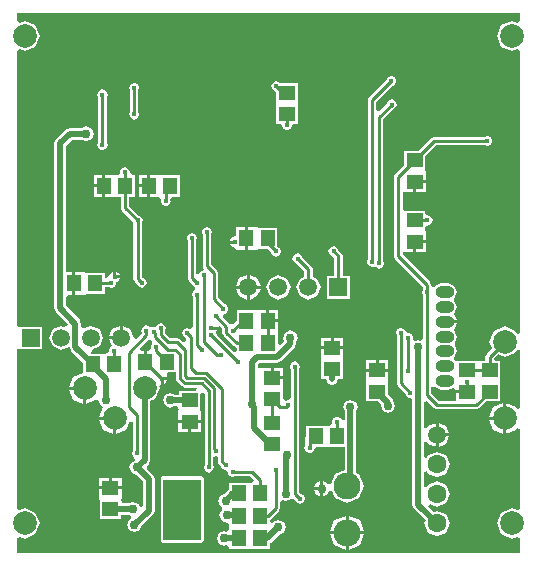
<source format=gbl>
%FSLAX25Y25*%
%MOIN*%
G70*
G01*
G75*
G04 Layer_Physical_Order=2*
G04 Layer_Color=16711680*
%ADD10R,0.07874X0.03150*%
%ADD11R,0.08465X0.11221*%
%ADD12R,0.06693X0.06693*%
%ADD13R,0.04134X0.02362*%
%ADD14R,0.05512X0.04724*%
%ADD15R,0.09921X0.13425*%
%ADD16O,0.05709X0.02362*%
%ADD17R,0.07284X0.16339*%
%ADD18O,0.00984X0.06102*%
%ADD19O,0.06102X0.00984*%
%ADD20R,0.09449X0.07087*%
%ADD21R,0.04724X0.05512*%
%ADD22R,0.05512X0.02362*%
%ADD23R,0.07087X0.02362*%
G04:AMPARAMS|DCode=24|XSize=74.8mil|YSize=125.98mil|CornerRadius=0mil|HoleSize=0mil|Usage=FLASHONLY|Rotation=90.000|XOffset=0mil|YOffset=0mil|HoleType=Round|Shape=Octagon|*
%AMOCTAGOND24*
4,1,8,-0.06299,-0.01870,-0.06299,0.01870,-0.04429,0.03740,0.04429,0.03740,0.06299,0.01870,0.06299,-0.01870,0.04429,-0.03740,-0.04429,-0.03740,-0.06299,-0.01870,0.0*
%
%ADD24OCTAGOND24*%

%ADD25R,0.21654X0.09843*%
%ADD26C,0.01000*%
%ADD27C,0.02000*%
%ADD28C,0.05906*%
%ADD29R,0.05906X0.05906*%
%ADD30O,0.06299X0.03937*%
%ADD31C,0.07874*%
%ADD32C,0.06299*%
%ADD33C,0.09000*%
%ADD34C,0.01969*%
%ADD35C,0.01600*%
%ADD36C,0.03000*%
%ADD37R,0.12598X0.20472*%
G36*
X141700Y57881D02*
X143819Y57003D01*
X146181D01*
X147744Y57651D01*
X148744Y57019D01*
Y56957D01*
X152500D01*
Y55957D01*
X148744D01*
Y53407D01*
X142983D01*
X140607Y55783D01*
Y57906D01*
X141607Y58105D01*
X141700Y57881D01*
D02*
G37*
G36*
X170000Y179992D02*
X169168Y179436D01*
X167500Y180127D01*
X163874Y178626D01*
X162373Y175000D01*
X163874Y171374D01*
X167500Y169873D01*
X169168Y170564D01*
X170000Y170008D01*
Y75961D01*
X169019Y75766D01*
X168625Y76716D01*
X165000Y78218D01*
X161374Y76716D01*
X159873Y73090D01*
X160792Y70872D01*
X159005Y69086D01*
X158593Y68091D01*
Y66706D01*
X156444D01*
Y66706D01*
X156056D01*
Y66706D01*
X148944D01*
X148944Y66706D01*
X148328Y67011D01*
X148300Y67040D01*
Y67040D01*
X148300Y67724D01*
X149178Y69842D01*
X148441Y71621D01*
X148347Y72303D01*
X148441Y72985D01*
X149178Y74764D01*
X148300Y76883D01*
X148626Y77830D01*
X149187Y79185D01*
X145000D01*
Y80185D01*
X149187D01*
X148626Y81540D01*
X148300Y82487D01*
X149178Y84606D01*
X148300Y86725D01*
X148300Y87409D01*
X149178Y89528D01*
X148300Y91646D01*
X146181Y92524D01*
X143819D01*
X141700Y91646D01*
X141607Y91422D01*
X140607Y91621D01*
Y92000D01*
X140195Y92995D01*
X131007Y102183D01*
Y102193D01*
X131244Y103094D01*
X132007Y103094D01*
X134500D01*
Y106457D01*
X135000D01*
Y106957D01*
X138756D01*
Y109464D01*
X138756Y109806D01*
Y109819D01*
X138556Y110736D01*
Y110819D01*
Y111343D01*
X139257Y111811D01*
X140481Y112319D01*
X140989Y113543D01*
X140481Y114768D01*
X139257Y115275D01*
X138556Y115743D01*
Y116706D01*
X132007D01*
X131444Y116706D01*
X131007Y117525D01*
Y117525D01*
Y122193D01*
X131244Y123094D01*
X134500D01*
Y126457D01*
X135000D01*
Y126957D01*
X138756D01*
Y129819D01*
X138756D01*
Y129819D01*
X138756Y129819D01*
X138556Y130736D01*
D01*
Y135109D01*
X142040Y138593D01*
X158416D01*
X159200Y138268D01*
X160425Y138775D01*
X160932Y140000D01*
X160425Y141225D01*
X159200Y141732D01*
X158416Y141407D01*
X141457D01*
X140462Y140995D01*
X136172Y136706D01*
X131444D01*
Y131977D01*
X128605Y129138D01*
X128193Y128143D01*
Y101600D01*
X128605Y100605D01*
X137793Y91417D01*
Y90384D01*
X137468Y89600D01*
X137793Y88816D01*
Y73877D01*
X136961Y73321D01*
X136072Y73690D01*
X135207Y73331D01*
X135122Y73355D01*
X134399Y74079D01*
X134532Y74400D01*
X134025Y75625D01*
X132800Y76132D01*
X131800Y76800D01*
X131625Y77225D01*
X130400Y77732D01*
X129175Y77225D01*
X128668Y76000D01*
X128993Y75216D01*
Y59200D01*
X129405Y58205D01*
X132051Y55559D01*
X132375Y54775D01*
X133600Y54268D01*
X134252Y53833D01*
Y18800D01*
X134822Y17422D01*
X138670Y13575D01*
X138225Y12500D01*
X139477Y9477D01*
X142500Y8225D01*
X145523Y9477D01*
X146775Y12500D01*
X145523Y15523D01*
X142500Y16775D01*
X141425Y16330D01*
X139547Y18208D01*
X140113Y19056D01*
X142500Y18067D01*
X145523Y19320D01*
X146775Y22343D01*
X145523Y25365D01*
X142500Y26618D01*
X139477Y25365D01*
X139148Y24572D01*
X138148Y24771D01*
Y29757D01*
X139148Y29956D01*
X139477Y29162D01*
X142500Y27910D01*
X145523Y29162D01*
X146775Y32185D01*
X145523Y35208D01*
X142500Y36460D01*
X139477Y35208D01*
X139148Y34414D01*
X138148Y34613D01*
Y39591D01*
X139148Y39790D01*
X139475Y39002D01*
X142000Y37956D01*
Y42028D01*
Y46099D01*
X139475Y45053D01*
X139148Y44265D01*
X138148Y44464D01*
Y52847D01*
X139148Y53262D01*
X141405Y51005D01*
X141405Y51005D01*
X142400Y50593D01*
X155543D01*
X156538Y51005D01*
X158828Y53294D01*
X163556D01*
Y59619D01*
X163556D01*
Y60381D01*
X163556D01*
Y66706D01*
X161885D01*
X161605Y67706D01*
X162782Y68882D01*
X165000Y67963D01*
X168625Y69465D01*
X169019Y70415D01*
X170000Y70220D01*
Y50893D01*
X169019Y50698D01*
X168779Y51279D01*
X165500Y52637D01*
Y47500D01*
Y42363D01*
X168779Y43721D01*
X169019Y44302D01*
X170000Y44107D01*
Y17492D01*
X169168Y16936D01*
X167500Y17627D01*
X163874Y16126D01*
X162373Y12500D01*
X163874Y8874D01*
X167500Y7373D01*
X169168Y8064D01*
X170000Y7508D01*
Y2500D01*
X2500D01*
Y7508D01*
X3331Y8064D01*
X5000Y7373D01*
X8625Y8874D01*
X10127Y12500D01*
X8625Y16126D01*
X5000Y17627D01*
X3331Y16936D01*
X2500Y17492D01*
Y70520D01*
X3447Y70647D01*
X3500Y70647D01*
X10953D01*
Y78153D01*
X3500D01*
X3447Y78153D01*
X2500Y78280D01*
Y170008D01*
X3331Y170564D01*
X5000Y169873D01*
X8625Y171374D01*
X10127Y175000D01*
X8625Y178626D01*
X5000Y180127D01*
X3331Y179436D01*
X2500Y179992D01*
Y182500D01*
X170000D01*
Y179992D01*
D02*
G37*
%LPC*%
G36*
X126256Y63043D02*
X118744D01*
Y60536D01*
X118744Y60194D01*
Y60181D01*
X118944Y59264D01*
Y59181D01*
Y53294D01*
X122907D01*
X123885Y52317D01*
X123643Y51732D01*
X124372Y49972D01*
X126132Y49243D01*
X127893Y49972D01*
X128622Y51732D01*
X127893Y53493D01*
X127785Y53537D01*
X127510Y54202D01*
X126056Y55656D01*
Y59181D01*
Y59264D01*
X126256Y60181D01*
Y60194D01*
X126256Y60536D01*
Y63043D01*
D02*
G37*
G36*
X24500Y57000D02*
X19863D01*
X21221Y53721D01*
X24500Y52363D01*
Y57000D01*
D02*
G37*
G36*
X164500Y52637D02*
X161221Y51279D01*
X159863Y48000D01*
X164500D01*
Y52637D01*
D02*
G37*
G36*
X59500Y45957D02*
X56244D01*
Y43095D01*
X59500D01*
Y45957D01*
D02*
G37*
G36*
X63756D02*
X60500D01*
Y43095D01*
X63756D01*
Y45957D01*
D02*
G37*
G36*
X113600Y53689D02*
X111840Y52960D01*
X111110Y51200D01*
X111652Y49894D01*
Y47138D01*
X110652Y46940D01*
X110368Y47625D01*
X109143Y48132D01*
X107919Y47625D01*
X107412Y46400D01*
X107513Y46156D01*
X106890Y45156D01*
X106219D01*
X105981Y45156D01*
X105600D01*
X105219D01*
X104981Y45156D01*
X98895D01*
Y41771D01*
X98593Y41043D01*
Y38384D01*
X98268Y37600D01*
X98775Y36375D01*
X100000Y35868D01*
X101225Y36375D01*
X101732Y37600D01*
X102029Y38044D01*
X104981D01*
X105219Y38044D01*
X105600D01*
X105981D01*
X106219Y38044D01*
X111652D01*
Y30385D01*
X108444Y29057D01*
X107069Y25737D01*
X105986D01*
X105913Y25913D01*
X104500Y26499D01*
Y24000D01*
Y21501D01*
X105913Y22087D01*
X106401Y23263D01*
X107483D01*
X108444Y20944D01*
X112500Y19263D01*
X116556Y20944D01*
X118237Y25000D01*
X116556Y29057D01*
X115548Y29474D01*
Y49894D01*
X116089Y51200D01*
X115360Y52960D01*
X113600Y53689D01*
D02*
G37*
G36*
X122000Y66905D02*
X118744D01*
Y64043D01*
X122000D01*
Y66905D01*
D02*
G37*
G36*
X126256D02*
X123000D01*
Y64043D01*
X126256D01*
Y66905D01*
D02*
G37*
G36*
X107000Y74405D02*
X103744D01*
Y71543D01*
X107000D01*
Y74405D01*
D02*
G37*
G36*
X111256Y70543D02*
X103744D01*
Y68036D01*
X103744Y67694D01*
Y67681D01*
X103944Y66764D01*
Y66681D01*
Y60795D01*
X105552D01*
Y60500D01*
X106122Y59122D01*
X107500Y58552D01*
X108878Y59122D01*
X109448Y60500D01*
Y60795D01*
X111056D01*
Y66681D01*
Y66764D01*
X111256Y67681D01*
Y67694D01*
X111256Y68036D01*
Y70543D01*
D02*
G37*
G36*
X52598Y60300D02*
X51357D01*
Y59059D01*
X52234Y59422D01*
X52598Y60300D01*
D02*
G37*
G36*
X88000Y64406D02*
Y61543D01*
X91256D01*
Y64406D01*
X88000D01*
D02*
G37*
G36*
X112000Y15156D02*
X108291Y13619D01*
X106754Y9909D01*
X112000D01*
Y15156D01*
D02*
G37*
G36*
X113000D02*
Y9909D01*
X118246D01*
X116709Y13619D01*
X113000Y15156D01*
D02*
G37*
G36*
X103500Y23500D02*
X101501D01*
X102087Y22087D01*
X103500Y21501D01*
Y23500D01*
D02*
G37*
G36*
X112000Y8909D02*
X106754D01*
X108291Y5200D01*
X112000Y3663D01*
Y8909D01*
D02*
G37*
G36*
X118246D02*
X113000D01*
Y3663D01*
X116709Y5200D01*
X118246Y8909D01*
D02*
G37*
G36*
X63799Y28209D02*
X51200D01*
X50588Y27955D01*
X50335Y27343D01*
Y6870D01*
X50588Y6258D01*
X51200Y6005D01*
X63799D01*
X64411Y6258D01*
X64665Y6870D01*
Y27343D01*
X64411Y27955D01*
X63799Y28209D01*
D02*
G37*
G36*
X103500Y26499D02*
X102087Y25913D01*
X101501Y24500D01*
X103500D01*
Y26499D01*
D02*
G37*
G36*
X34500Y47000D02*
X29863D01*
X31221Y43721D01*
X34500Y42363D01*
Y47000D01*
D02*
G37*
G36*
X164500D02*
X159863D01*
X161221Y43721D01*
X164500Y42363D01*
Y47000D01*
D02*
G37*
G36*
X143000Y46099D02*
Y42528D01*
X146571D01*
X145525Y45053D01*
X143000Y46099D01*
D02*
G37*
G36*
X33100Y27705D02*
X29844D01*
Y24843D01*
X33100D01*
Y27705D01*
D02*
G37*
G36*
X37356D02*
X34100D01*
Y24843D01*
X37356D01*
Y27705D01*
D02*
G37*
G36*
X146571Y41528D02*
X143000D01*
Y37956D01*
X145525Y39002D01*
X146571Y41528D01*
D02*
G37*
G36*
X111256Y74405D02*
X108000D01*
Y71543D01*
X111256D01*
Y74405D01*
D02*
G37*
G36*
X30957Y124500D02*
X28095D01*
Y121244D01*
X30957D01*
Y124500D01*
D02*
G37*
G36*
X45957D02*
X43095D01*
Y121244D01*
X45957D01*
Y124500D01*
D02*
G37*
G36*
X138756Y125957D02*
X135500D01*
Y123094D01*
X138756D01*
Y125957D01*
D02*
G37*
G36*
X49819Y128756D02*
X49806D01*
X49464Y128756D01*
X46957D01*
Y125000D01*
Y121244D01*
X49464D01*
X49747Y121244D01*
X50466Y120580D01*
X50480Y120444D01*
X50315Y120047D01*
X50823Y118823D01*
X52047Y118315D01*
X53272Y118823D01*
X53779Y120047D01*
X53615Y120444D01*
X54148Y121444D01*
X56705D01*
Y128556D01*
X50819D01*
X50736D01*
X49819Y128756D01*
D02*
G37*
G36*
X82319Y111256D02*
X82306D01*
X81964Y111256D01*
X79457D01*
Y107500D01*
Y103744D01*
X81964D01*
X82306Y103744D01*
X82319D01*
X83236Y103944D01*
X83319D01*
X86066D01*
X87251Y102759D01*
X87575Y101975D01*
X88800Y101468D01*
X90025Y101975D01*
X90532Y103200D01*
X90025Y104425D01*
X89241Y104749D01*
X89205Y104785D01*
Y111056D01*
X83319D01*
X83236D01*
X82319Y111256D01*
D02*
G37*
G36*
X138756Y105957D02*
X135500D01*
Y103094D01*
X138756D01*
Y105957D01*
D02*
G37*
G36*
X78457Y111256D02*
X75595D01*
Y108411D01*
X75242Y108175D01*
X73864Y107604D01*
X73501Y106727D01*
X75242D01*
Y105727D01*
X73501D01*
X73864Y104849D01*
X75242Y104279D01*
X75595Y104043D01*
Y103744D01*
X78457D01*
Y107500D01*
Y111256D01*
D02*
G37*
G36*
X25600Y144889D02*
X24294Y144348D01*
X20000D01*
X19026Y143945D01*
X18622Y143778D01*
X15422Y140578D01*
X14852Y139200D01*
Y84306D01*
X15422Y82928D01*
X19371Y78979D01*
X19339Y78658D01*
X18271Y78018D01*
X17200Y78462D01*
X14328Y77272D01*
X13138Y74400D01*
X14328Y71528D01*
X17200Y70338D01*
X19824Y71425D01*
X20004Y71304D01*
X20575Y69926D01*
X24495Y66007D01*
Y62634D01*
X21221Y61279D01*
X19863Y58000D01*
X25000D01*
Y57500D01*
X25500D01*
Y52363D01*
X28587Y53642D01*
X28968Y53625D01*
X29643Y53280D01*
X30240Y51840D01*
X31221Y51433D01*
X31221Y51279D01*
X29863Y48000D01*
X35000D01*
Y47500D01*
X35500D01*
Y42363D01*
X38779Y43721D01*
X39993Y46653D01*
X40993Y46454D01*
Y36784D01*
X40668Y36000D01*
X41175Y34775D01*
X41621Y34591D01*
X41868Y33765D01*
X41792Y33438D01*
X40640Y32960D01*
X39911Y31200D01*
X40640Y29440D01*
X42129Y28823D01*
X44452Y26500D01*
Y18167D01*
X43505Y17978D01*
X43436Y18006D01*
X43017Y19017D01*
X41257Y19746D01*
X39950Y19205D01*
X37863D01*
X37414Y19654D01*
X37187Y20205D01*
X37356Y20981D01*
Y20994D01*
X37356Y21336D01*
Y23843D01*
X29844D01*
Y21336D01*
X29844Y20994D01*
Y20981D01*
X30044Y20064D01*
Y19981D01*
Y14095D01*
X37156D01*
Y15308D01*
X39950D01*
X40457Y15098D01*
Y14016D01*
X39840Y13760D01*
X39110Y12000D01*
X39840Y10240D01*
X41600Y9510D01*
X43360Y10240D01*
X43902Y11546D01*
X47778Y15422D01*
X48348Y16800D01*
Y27307D01*
X47778Y28685D01*
X45709Y30753D01*
Y31754D01*
X46378Y32422D01*
X46948Y33800D01*
Y53180D01*
X48625Y53874D01*
X50127Y57500D01*
X49842Y58190D01*
X50357Y58705D01*
Y60800D01*
X50857D01*
Y61300D01*
X52598D01*
X52372Y61844D01*
X52874Y62844D01*
X55393D01*
Y60800D01*
X55805Y59805D01*
X57405Y58205D01*
X58400Y57793D01*
X62458D01*
X62517Y57705D01*
X61982Y56705D01*
X56444D01*
Y55492D01*
X55043D01*
X53600Y56090D01*
X51840Y55360D01*
X51111Y53600D01*
X51840Y51840D01*
X53600Y51111D01*
X54770Y51595D01*
X55737D01*
X56186Y51146D01*
X56413Y50595D01*
X56244Y49819D01*
Y49806D01*
X56244Y49464D01*
Y46957D01*
X63756D01*
Y49464D01*
X63756Y49806D01*
Y49819D01*
X63556Y50736D01*
Y50819D01*
Y55617D01*
X64082Y55996D01*
X64556Y56115D01*
X64993Y55785D01*
Y31984D01*
X64668Y31200D01*
X65175Y29975D01*
X66400Y29468D01*
X67625Y29975D01*
X68132Y31200D01*
X67807Y31984D01*
Y34580D01*
X68639Y35135D01*
X68800Y35068D01*
X69493Y34605D01*
Y33100D01*
X69905Y32105D01*
X70451Y31559D01*
X70775Y30775D01*
X72000Y30268D01*
X72391Y29877D01*
X72717Y29483D01*
X73175Y28375D01*
X74400Y27868D01*
X75184Y28193D01*
X80217D01*
X81354Y27056D01*
X80940Y26056D01*
X80619D01*
X80381Y26056D01*
X80000D01*
X79619D01*
X79381Y26056D01*
X73295D01*
Y23949D01*
X73122Y23878D01*
X71546Y22301D01*
X70240Y21760D01*
X69511Y20000D01*
X70240Y18240D01*
X70777Y18017D01*
Y17017D01*
X70640Y16960D01*
X69911Y15200D01*
X70640Y13440D01*
X72400Y12710D01*
X72463Y12737D01*
X73295Y12181D01*
Y12056D01*
X73295Y11444D01*
Y11250D01*
Y11056D01*
X73295Y10444D01*
Y10267D01*
X72294Y9660D01*
X71500Y9990D01*
X69740Y9260D01*
X69011Y7500D01*
X69740Y5740D01*
X71500Y5011D01*
X72294Y5340D01*
X73295Y4733D01*
Y3944D01*
X79381D01*
X79619Y3944D01*
X80000D01*
X80381D01*
X80619Y3944D01*
X86705D01*
Y5885D01*
X87278Y6122D01*
X90054Y8899D01*
X91360Y9440D01*
X92089Y11200D01*
X91360Y12960D01*
X89600Y13690D01*
X87840Y12960D01*
X87705Y12637D01*
X86705Y12835D01*
Y13802D01*
X87195Y14005D01*
X89795Y16605D01*
X90207Y17600D01*
Y19571D01*
X91207Y20239D01*
X92000Y19910D01*
X93760Y20640D01*
X94880Y20730D01*
X95251Y20359D01*
X95575Y19575D01*
X96800Y19068D01*
X98025Y19575D01*
X98532Y20800D01*
X98025Y22025D01*
X97241Y22349D01*
X96607Y22983D01*
Y64370D01*
X96785Y64800D01*
X96278Y66025D01*
X95053Y66532D01*
X93829Y66025D01*
X93322Y64800D01*
X93793Y63662D01*
Y54220D01*
X92961Y53665D01*
X92800Y53732D01*
X92056Y53424D01*
X91056Y54012D01*
Y56681D01*
Y56764D01*
X91256Y57681D01*
Y57694D01*
X91256Y58036D01*
Y60543D01*
X87500D01*
Y61043D01*
X87000D01*
Y64406D01*
X83748D01*
X83744Y64406D01*
X82748Y64416D01*
Y65593D01*
X83151Y65996D01*
X89151D01*
X90529Y66566D01*
X94978Y71015D01*
X95145Y71419D01*
X95548Y72393D01*
Y73093D01*
X96090Y74400D01*
X95360Y76160D01*
X93600Y76889D01*
X91840Y76160D01*
X91110Y74400D01*
X91620Y73169D01*
X90329Y71878D01*
X89406Y72260D01*
Y76244D01*
Y79500D01*
X86043D01*
Y80000D01*
X85543D01*
Y83756D01*
X83047D01*
X82681Y83756D01*
X82681Y83756D01*
X82121Y83557D01*
X82119Y83556D01*
Y83556D01*
X82119Y83556D01*
X75795D01*
Y80185D01*
X74473Y78863D01*
X73295Y79095D01*
X71046Y81344D01*
X71438Y82367D01*
X72425Y82775D01*
X72932Y84000D01*
X72425Y85225D01*
X71641Y85549D01*
X69407Y87783D01*
Y96000D01*
X68995Y96995D01*
X67234Y98756D01*
Y108816D01*
X67559Y109600D01*
X67051Y110825D01*
X65827Y111332D01*
X64602Y110825D01*
X64095Y109600D01*
X64420Y108816D01*
Y98173D01*
X64551Y97856D01*
X64749Y97119D01*
X64061Y96626D01*
X63575Y96425D01*
X63207Y95535D01*
X62207Y95734D01*
Y106716D01*
X62532Y107500D01*
X62025Y108725D01*
X60800Y109232D01*
X59575Y108725D01*
X59068Y107500D01*
X59393Y106716D01*
Y94400D01*
X59805Y93405D01*
X60851Y92359D01*
X61175Y91575D01*
X61741Y91341D01*
Y90259D01*
X61175Y90025D01*
X60668Y88800D01*
X60993Y88016D01*
Y77963D01*
X59993Y77403D01*
X59200Y77732D01*
X57975Y77225D01*
X57468Y76000D01*
X57975Y74775D01*
X58759Y74451D01*
X58929Y74281D01*
X58829Y73337D01*
X57950Y72986D01*
X56941Y73995D01*
X55946Y74407D01*
X53328D01*
X51807Y75928D01*
Y76816D01*
X52132Y77600D01*
X51625Y78825D01*
X50400Y79332D01*
X49175Y78825D01*
X49020Y78449D01*
X48110Y78072D01*
X47746Y77921D01*
X46825Y78025D01*
X46825Y78025D01*
X45600Y78532D01*
X44375Y78025D01*
X43868Y76800D01*
X44193Y76016D01*
Y75783D01*
X42277Y73867D01*
X41478Y74400D01*
X40225Y77425D01*
X37700Y78471D01*
Y74400D01*
X37200D01*
Y73900D01*
X33129D01*
X34112Y71527D01*
X33519Y71281D01*
X33011Y70057D01*
X32485Y69388D01*
X31581Y69156D01*
X30819D01*
Y69156D01*
X30581Y69156D01*
X27310D01*
X27157Y69414D01*
X27659Y70528D01*
X30072Y71528D01*
X31262Y74400D01*
X30072Y77272D01*
X27200Y78462D01*
X24901Y77510D01*
X23901Y78152D01*
Y79153D01*
X23498Y80127D01*
X23330Y80530D01*
X18748Y85113D01*
Y88037D01*
X19455Y88744D01*
X20957D01*
Y92500D01*
Y96256D01*
X18748D01*
Y138393D01*
X20807Y140452D01*
X24294D01*
X25600Y139910D01*
X27360Y140640D01*
X28089Y142400D01*
X27360Y144160D01*
X25600Y144889D01*
D02*
G37*
G36*
X88944Y159988D02*
X87720Y159481D01*
X87212Y158256D01*
X87720Y157031D01*
X88503Y156707D01*
X88944Y156266D01*
Y153119D01*
X88944Y152881D01*
Y152500D01*
Y152119D01*
X88944Y151881D01*
Y145794D01*
X90438D01*
X90768Y145300D01*
X91275Y144075D01*
X92500Y143568D01*
X93725Y144075D01*
X94232Y145300D01*
X94562Y145794D01*
X96056D01*
Y151881D01*
X96056Y152119D01*
Y152500D01*
Y152881D01*
X96056Y153119D01*
Y159205D01*
X90283D01*
X90169Y159481D01*
X88944Y159988D01*
D02*
G37*
G36*
X41550Y159382D02*
X40325Y158875D01*
X39818Y157650D01*
X40143Y156866D01*
Y149634D01*
X39818Y148850D01*
X40325Y147626D01*
X41550Y147119D01*
X42774Y147626D01*
X43281Y148850D01*
X42957Y149634D01*
Y156866D01*
X43281Y157650D01*
X42774Y158875D01*
X41550Y159382D01*
D02*
G37*
G36*
X30920Y157212D02*
X29695Y156705D01*
X29188Y155480D01*
X29513Y154696D01*
Y139464D01*
X29188Y138680D01*
X29695Y137456D01*
X30920Y136949D01*
X32144Y137456D01*
X32651Y138680D01*
X32327Y139464D01*
Y154696D01*
X32651Y155480D01*
X32144Y156705D01*
X30920Y157212D01*
D02*
G37*
G36*
X30957Y128756D02*
X28095D01*
Y125500D01*
X30957D01*
Y128756D01*
D02*
G37*
G36*
X45957D02*
X43095D01*
Y125500D01*
X45957D01*
Y128756D01*
D02*
G37*
G36*
X38400Y131332D02*
X37175Y130825D01*
X36668Y129600D01*
X36756Y129387D01*
X36201Y128556D01*
X35819D01*
X35736D01*
X34819Y128756D01*
X34806D01*
X34464Y128756D01*
X31957D01*
Y125000D01*
Y121244D01*
X34464D01*
X34806Y121244D01*
X34819D01*
X35736Y121444D01*
X35819D01*
X37136D01*
Y117750D01*
X37548Y116755D01*
X41144Y113159D01*
X41286Y112816D01*
Y94107D01*
X41698Y93112D01*
X42451Y92359D01*
X42775Y91575D01*
X44000Y91068D01*
X45225Y91575D01*
X45732Y92800D01*
X45225Y94025D01*
X44441Y94349D01*
X44100Y94690D01*
Y112816D01*
X44425Y113600D01*
X43918Y114825D01*
X43134Y115149D01*
X39950Y118333D01*
Y121444D01*
X41706D01*
Y128556D01*
X40651D01*
X40114Y129556D01*
X40132Y129600D01*
X39625Y130825D01*
X38400Y131332D01*
D02*
G37*
G36*
X83671Y90700D02*
X80100D01*
Y87129D01*
X82625Y88175D01*
X83671Y90700D01*
D02*
G37*
G36*
X89600Y95262D02*
X86728Y94072D01*
X85538Y91200D01*
X86728Y88328D01*
X89600Y87138D01*
X92472Y88328D01*
X93662Y91200D01*
X92472Y94072D01*
X89600Y95262D01*
D02*
G37*
G36*
X96000Y102532D02*
X94775Y102025D01*
X94268Y100800D01*
X94775Y99575D01*
X95559Y99251D01*
X98193Y96617D01*
Y94679D01*
X96728Y94072D01*
X95538Y91200D01*
X96728Y88328D01*
X99600Y87138D01*
X102472Y88328D01*
X103662Y91200D01*
X102472Y94072D01*
X101007Y94679D01*
Y97200D01*
X101007Y97200D01*
X100595Y98195D01*
X97549Y101241D01*
X97225Y102025D01*
X96000Y102532D01*
D02*
G37*
G36*
X36700Y78471D02*
X34175Y77425D01*
X33129Y74900D01*
X36700D01*
Y78471D01*
D02*
G37*
G36*
X86543Y83756D02*
Y80500D01*
X89406D01*
Y83756D01*
X86543D01*
D02*
G37*
G36*
X79100Y90700D02*
X75529D01*
X76575Y88175D01*
X79100Y87129D01*
Y90700D01*
D02*
G37*
G36*
X34615Y96420D02*
X33738Y96056D01*
X33298Y94994D01*
X32243Y94482D01*
X31705Y94721D01*
Y96056D01*
X25819D01*
X25736D01*
X24819Y96256D01*
X24806D01*
X24464Y96256D01*
X21957D01*
Y92500D01*
Y88744D01*
X24464D01*
X24806Y88744D01*
X24819D01*
X25736Y88944D01*
X25819D01*
X31705D01*
Y91172D01*
X33037D01*
X33821Y90847D01*
X35046Y91354D01*
X35553Y92579D01*
X35435Y92863D01*
X36493Y93301D01*
X36857Y94179D01*
X35115D01*
Y94679D01*
X34615D01*
Y96420D01*
D02*
G37*
G36*
X35615D02*
Y95179D01*
X36857D01*
X36493Y96056D01*
X35615Y96420D01*
D02*
G37*
G36*
X127200Y161732D02*
X125975Y161225D01*
X125651Y160441D01*
X119805Y154595D01*
X119393Y153600D01*
Y100554D01*
X119068Y99770D01*
X119575Y98545D01*
X120800Y98038D01*
X121056Y98144D01*
X121975Y97975D01*
X121975Y97975D01*
X123200Y97468D01*
X124425Y97975D01*
X124932Y99200D01*
X124607Y99984D01*
Y147417D01*
X127767Y150577D01*
X128551Y150901D01*
X129058Y152126D01*
X128551Y153351D01*
X127326Y153858D01*
X126101Y153351D01*
X125777Y152567D01*
X123131Y149921D01*
X122207Y150304D01*
Y153017D01*
X127641Y158451D01*
X128425Y158775D01*
X128932Y160000D01*
X128425Y161225D01*
X127200Y161732D01*
D02*
G37*
G36*
X108000Y104932D02*
X106775Y104425D01*
X106268Y103200D01*
X106775Y101975D01*
X107559Y101651D01*
X108193Y101017D01*
Y94953D01*
X105847D01*
Y87447D01*
X113353D01*
Y94953D01*
X111007D01*
Y101600D01*
X110595Y102595D01*
X109549Y103641D01*
X109225Y104425D01*
X108000Y104932D01*
D02*
G37*
G36*
X79100Y95271D02*
X76575Y94225D01*
X75529Y91700D01*
X79100D01*
Y95271D01*
D02*
G37*
G36*
X80100D02*
Y91700D01*
X83671D01*
X82625Y94225D01*
X80100Y95271D01*
D02*
G37*
%LPD*%
G36*
X70893Y77517D02*
Y75930D01*
X71305Y74935D01*
X74735Y71505D01*
X74735Y71505D01*
X75730Y71093D01*
X75795D01*
Y70010D01*
X74795Y69595D01*
X69071Y75319D01*
X68669Y76222D01*
X69032Y77100D01*
X67291D01*
Y78100D01*
X69477D01*
X69976Y78434D01*
X70893Y77517D01*
D02*
G37*
G36*
X47249Y73690D02*
X47532Y73359D01*
X47575Y72425D01*
X47068Y71200D01*
X47086Y71156D01*
X46418Y70156D01*
X45757D01*
Y66400D01*
X44757D01*
Y70156D01*
X43852D01*
X43470Y71080D01*
X46129Y73739D01*
X47249Y73690D01*
D02*
G37*
D14*
X92500Y148957D02*
D03*
Y156043D02*
D03*
X160000Y56457D02*
D03*
Y63543D02*
D03*
X152500Y56457D02*
D03*
Y63543D02*
D03*
X107500Y63957D02*
D03*
Y71043D02*
D03*
X87500Y53957D02*
D03*
Y61043D02*
D03*
Y38957D02*
D03*
Y46043D02*
D03*
X135000Y133543D02*
D03*
Y126457D02*
D03*
X60000Y53543D02*
D03*
Y46457D02*
D03*
X122500Y56457D02*
D03*
Y63543D02*
D03*
X135000Y113543D02*
D03*
Y106457D02*
D03*
X33600Y17257D02*
D03*
Y24343D02*
D03*
D21*
X86043Y107500D02*
D03*
X78957D02*
D03*
X102057Y41600D02*
D03*
X109143D02*
D03*
X78957Y80000D02*
D03*
X86043D02*
D03*
X78957Y72500D02*
D03*
X86043D02*
D03*
X27657Y65600D02*
D03*
X34743D02*
D03*
X52343Y66400D02*
D03*
X45257D02*
D03*
X53543Y125000D02*
D03*
X46457D02*
D03*
X38543D02*
D03*
X31457D02*
D03*
X28543Y92500D02*
D03*
X21457D02*
D03*
X76457Y7500D02*
D03*
X83543D02*
D03*
X76457Y15000D02*
D03*
X83543D02*
D03*
X76457Y22500D02*
D03*
X83543D02*
D03*
D26*
X91157Y156043D02*
X92500D01*
X88944Y158256D02*
X91157Y156043D01*
X39763Y51437D02*
X42400Y48800D01*
Y36000D02*
Y48800D01*
X39763Y51437D02*
Y69363D01*
X45600Y75200D01*
Y76800D01*
X55946Y73000D02*
X57806Y71140D01*
X48110Y76340D02*
X48600Y75851D01*
X55244Y70456D02*
X56800Y68900D01*
Y60800D02*
Y68900D01*
Y60800D02*
X58400Y59200D01*
X64000D01*
X66400Y56800D01*
Y31200D02*
Y56800D01*
X74400Y29600D02*
X80800D01*
X83543Y26857D01*
Y22500D02*
Y26857D01*
X57806Y70995D02*
Y71140D01*
Y70995D02*
X58600Y70200D01*
Y61600D02*
Y70200D01*
Y61600D02*
X59200Y61000D01*
X64746D01*
X68200Y57546D01*
Y37400D02*
Y57546D01*
Y37400D02*
X68800Y36800D01*
X48600Y74600D02*
Y75851D01*
Y74600D02*
X52744Y70456D01*
X55244D01*
X50400Y75346D02*
X52746Y73000D01*
X55946D01*
X50400Y75346D02*
Y77600D01*
X48800Y69943D02*
Y71200D01*
Y69943D02*
X52343Y66400D01*
X64800Y73156D02*
Y95200D01*
X74400Y76800D02*
X77600Y80000D01*
X78957D01*
X59200Y76000D02*
X60400Y74800D01*
Y64400D02*
Y74800D01*
Y64400D02*
X62000Y62800D01*
X65491D01*
X70900Y57391D01*
Y33100D02*
Y57391D01*
Y33100D02*
X72000Y32000D01*
X64800Y73156D02*
X69156Y68800D01*
X70400D01*
X62400Y72000D02*
Y88800D01*
Y72000D02*
X64000Y70400D01*
X67200Y75200D02*
X76000Y66400D01*
X123200Y99200D02*
Y148000D01*
X127326Y152126D01*
X120800Y99770D02*
Y153600D01*
X127200Y160000D01*
X96000Y100800D02*
X99600Y97200D01*
Y91200D02*
Y97200D01*
X68000Y87200D02*
Y96000D01*
Y87200D02*
X71200Y84000D01*
X52047Y120047D02*
Y123504D01*
X53543Y125000D01*
X34743Y65600D02*
Y70057D01*
X92500Y145300D02*
Y148957D01*
X135000Y113543D02*
X139257D01*
X38543Y117750D02*
X42693Y113600D01*
X38543Y117750D02*
Y125000D01*
X38400Y129600D02*
X38543Y129457D01*
Y125000D02*
Y129457D01*
X42693Y94107D02*
Y113600D01*
Y94107D02*
X44000Y92800D01*
X28622Y92579D02*
X33821D01*
X28543Y92500D02*
X28622Y92579D01*
X65827Y98173D02*
Y109600D01*
Y98173D02*
X68000Y96000D01*
X86043Y105957D02*
X88800Y103200D01*
X86043Y105957D02*
Y107500D01*
X68747Y81653D02*
X72300Y78100D01*
Y75930D02*
Y78100D01*
Y75930D02*
X75730Y72500D01*
X78957D01*
X60800Y94400D02*
X62400Y92800D01*
X60800Y94400D02*
Y107500D01*
X41550Y148850D02*
Y157650D01*
X30920Y138680D02*
Y155480D01*
X109600Y91200D02*
Y101600D01*
X108000Y103200D02*
X109600Y101600D01*
X139200Y55200D02*
Y89600D01*
Y55200D02*
X142400Y52000D01*
X155543D02*
X160000Y56457D01*
X142400Y52000D02*
X155543D01*
X139200Y89600D02*
Y92000D01*
X129600Y101600D02*
X139200Y92000D01*
X129600Y101600D02*
Y128143D01*
X135000Y133543D01*
X141457Y140000D01*
X159200D01*
X86200Y15000D02*
X88800Y17600D01*
Y30400D01*
X95200Y22400D02*
X96800Y20800D01*
X100000Y37600D02*
Y41043D01*
X101457Y42500D01*
X87500Y46043D02*
Y53957D01*
X130400Y59200D02*
Y76000D01*
Y59200D02*
X133600Y56000D01*
X132800Y63200D02*
Y74400D01*
X152500Y56457D02*
Y59581D01*
X160000Y68091D02*
X165000Y73090D01*
X160000Y63543D02*
Y68091D01*
X152500Y63543D02*
X160000D01*
X109143Y41600D02*
Y46400D01*
X83543Y15000D02*
X86200D01*
X34921Y94679D02*
X35115D01*
X87500Y53957D02*
X90257Y51200D01*
X92000D01*
X92800Y52000D01*
X95200Y22400D02*
Y64800D01*
X86043Y72500D02*
Y80000D01*
X67291Y77600D02*
X67291Y77600D01*
X45257Y66400D02*
X50857Y60800D01*
D27*
X72400Y15200D02*
X76257D01*
X76457Y15000D01*
X45000Y33800D02*
Y57500D01*
X42400Y31200D02*
X45000Y33800D01*
X42400Y31200D02*
X42507D01*
X46400Y27307D01*
Y16800D02*
Y27307D01*
X41600Y12000D02*
X46400Y16800D01*
X33600Y17257D02*
X41257D01*
X72000Y20000D02*
X74500Y22500D01*
X76457D01*
X85900Y7500D02*
X89600Y11200D01*
X83543Y7500D02*
X85900D01*
X71500D02*
X76457D01*
X92056Y22456D02*
Y35830D01*
X86923Y38957D02*
X87500D01*
X81600Y44280D02*
X86923Y38957D01*
X81600Y44280D02*
Y51200D01*
X126132Y51732D02*
Y52824D01*
X122500Y56457D02*
X126132Y52824D01*
X92000Y22400D02*
X92056Y22456D01*
Y35830D02*
X92400Y35486D01*
X112500Y25000D02*
X113600Y26100D01*
Y51200D01*
X53600Y53600D02*
X53657Y53543D01*
X60000D01*
X32000Y53600D02*
Y60680D01*
X27657Y65023D02*
X32000Y60680D01*
X27657Y65023D02*
Y65600D01*
X136072Y71200D02*
X136200Y71072D01*
Y18800D02*
Y71072D01*
Y18800D02*
X142500Y12500D01*
X21953Y71304D02*
X27657Y65600D01*
X21953Y71304D02*
Y79153D01*
X16800Y84306D02*
X21953Y79153D01*
X16800Y84306D02*
Y139200D01*
X20000Y142400D01*
X25600D01*
X107500Y60500D02*
Y63957D01*
X80800Y52221D02*
Y66400D01*
X82344Y67944D01*
X89151D02*
X93600Y72393D01*
X82344Y67944D02*
X89151D01*
X93600Y72393D02*
Y74400D01*
D28*
X79600Y91200D02*
D03*
X89600D02*
D03*
X99600D02*
D03*
X142500Y42028D02*
D03*
X37200Y74400D02*
D03*
X27200D02*
D03*
X17200D02*
D03*
D29*
X109600Y91200D02*
D03*
X7200Y74400D02*
D03*
D30*
X145000Y89528D02*
D03*
Y84606D02*
D03*
Y79685D02*
D03*
Y74764D02*
D03*
Y69842D02*
D03*
Y64921D02*
D03*
Y60000D02*
D03*
D31*
X165000Y47500D02*
D03*
Y73090D02*
D03*
X45000Y57500D02*
D03*
X35000Y47500D02*
D03*
X25000Y57500D02*
D03*
X167500Y12500D02*
D03*
Y175000D02*
D03*
X5000D02*
D03*
Y12500D02*
D03*
D32*
X142500D02*
D03*
Y22343D02*
D03*
Y32185D02*
D03*
D33*
X112500Y25000D02*
D03*
Y9409D02*
D03*
D34*
X59665Y13169D02*
D03*
X55335D02*
D03*
X59665Y17500D02*
D03*
X55335D02*
D03*
X59665Y21831D02*
D03*
X55335D02*
D03*
D35*
X88944Y158256D02*
D03*
X64800Y95200D02*
D03*
X133600Y56000D02*
D03*
X62400Y88800D02*
D03*
X42400Y36000D02*
D03*
X45600Y76800D02*
D03*
X50400Y77600D02*
D03*
X48110Y76340D02*
D03*
X66400Y31200D02*
D03*
X74400Y29600D02*
D03*
X68800Y36800D02*
D03*
X48800Y71200D02*
D03*
X74400Y76800D02*
D03*
X59200Y76000D02*
D03*
X72000Y32000D02*
D03*
X67200Y75200D02*
D03*
X70400Y68800D02*
D03*
X64000Y70400D02*
D03*
X76000Y66400D02*
D03*
X96800Y20800D02*
D03*
X123200Y99200D02*
D03*
X127326Y152126D02*
D03*
X120800Y99770D02*
D03*
X127200Y160000D02*
D03*
X96000Y100800D02*
D03*
X71200Y84000D02*
D03*
X52047Y120047D02*
D03*
X34743Y70057D02*
D03*
X92500Y145300D02*
D03*
X139257Y113543D02*
D03*
X42693Y113600D02*
D03*
X38400Y129600D02*
D03*
X44000Y92800D02*
D03*
X33821Y92579D02*
D03*
X65827Y109600D02*
D03*
X88800Y103200D02*
D03*
X68747Y81653D02*
D03*
X62400Y92800D02*
D03*
X60800Y107500D02*
D03*
X41550Y157650D02*
D03*
Y148850D02*
D03*
X30920Y155480D02*
D03*
Y138680D02*
D03*
X108000Y103200D02*
D03*
X139200Y89600D02*
D03*
X159200Y140000D02*
D03*
X88800Y30400D02*
D03*
X100000Y37600D02*
D03*
X130400Y76000D02*
D03*
X132800Y74400D02*
D03*
Y63200D02*
D03*
X107500Y60500D02*
D03*
X152500Y59581D02*
D03*
X109143Y46400D02*
D03*
X35115Y94679D02*
D03*
X75242Y106227D02*
D03*
X92800Y52000D02*
D03*
X95053Y64800D02*
D03*
X67291Y77600D02*
D03*
X50857Y60800D02*
D03*
D36*
X72400Y15200D02*
D03*
X42400Y31200D02*
D03*
X41600Y12000D02*
D03*
X41257Y17257D02*
D03*
X72000Y20000D02*
D03*
X89600Y11200D02*
D03*
X71500Y7500D02*
D03*
X80800Y52221D02*
D03*
X126132Y51732D02*
D03*
X93600Y74400D02*
D03*
X92000Y22400D02*
D03*
X92400Y35486D02*
D03*
X113600Y51200D02*
D03*
X53600Y53600D02*
D03*
X32000D02*
D03*
X136072Y71200D02*
D03*
X25600Y142400D02*
D03*
X104000Y24000D02*
D03*
D37*
X57500Y17107D02*
D03*
M02*

</source>
